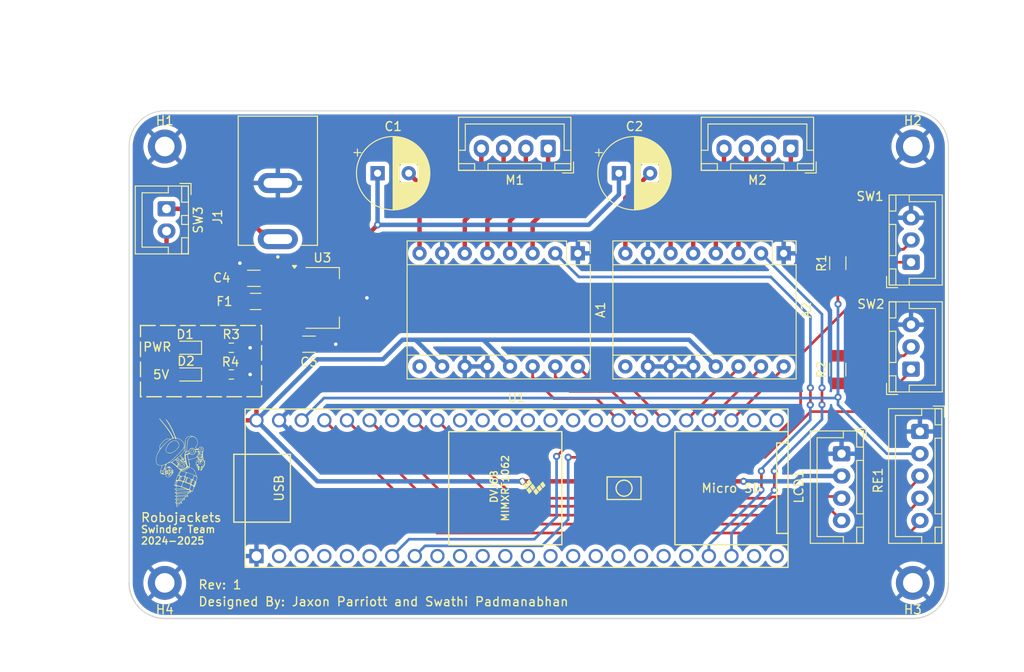
<source format=kicad_pcb>
(kicad_pcb (version 20241229) (generator "pcbnew") (generator_version "9.0")
  (title_block (title "Robocup Swinder") (date "2025-03-02") (rev "1") (company "Robojackets"))
  (layers (0 "F.Cu" signal) (2 "B.Cu" signal) (13 "F.Paste" user) (15 "B.Paste" user) (5 "F.SilkS" user "F.Silkscreen") (7 "B.SilkS" user "B.Silkscreen") (1 "F.Mask" user) (3 "B.Mask" user) (25 "Edge.Cuts" user))
  (net 0 "")
  (net 1 "Net-(A1-VMOT)")
  (net 3 "Net-(A1-A2)")
  (net 4 "Net-(A1-B1)")
  (net 5 "GND")
  (net 6 "Net-(A1-A1)")
  (net 7 "/Feed_SLP_Pin_40")
  (net 8 "Net-(A1-B2)")
  (net 9 "/Feed_FLT_Pin_29")
  (net 10 "+5V")
  (net 12 "/Coil_FLT_Pin_30")
  (net 13 "Net-(A2-A2)")
  (net 14 "Net-(A2-A1)")
  (net 15 "/Coil_STEP_Pin_36")
  (net 16 "Net-(A2-B2)")
  (net 17 "Net-(A2-B1)")
  (net 18 "Net-(A2-VMOT)")
  (net 19 "VCC")
  (net 20 "Net-(D1-K)")
  (net 21 "Net-(D2-K)")
  (net 22 "/PWR_SW_OUT")
  (net 23 "/PWR_SW_IN")
  (net 24 "/LCD_SDA_Pin_18")
  (net 25 "/LCD_SCL_Pin_19")
  (net 26 "/NO_LS1")
  (net 27 "+3.3V")
  (net 28 "/RE_DT_Pin_22")
  (net 29 "/LSStart_Pin_7")
  (net 43 "/LSEnd_Pin_8")
  (net 60 "/Coil_SLP_Pin_37")
  (net 61 "/Coil_DIR_Pin_35")
  (net 62 "/Feed_STEP_Pin_39")
  (net 63 "/Feed_DIR_Pin_38")
  (net 64 "/NO_LS2")
  (net 65 "/RE_SW_Pin_23")
  (net 66 "/RE_CLK_Pin_21")
  (footprint "Connector_JST:JST_XH_B3B-XH-A_1x03_P2.50mm_Vertical" (layer "F.Cu") (at 177.3 91 90)
    (property "Reference" "SW2" (at 7.3 -4.5 0) (layer "F.SilkS"))
    (property "Value" "Limit_Switch")
    (pad "1" thru_hole roundrect (at 0 0 90) (size 1.7 1.95) (drill 0.95) (layers "*.Cu" "*.Mask") (roundrect_rratio 0.147059) (net 43 "/LSEnd_Pin_8"))
    (pad "2" thru_hole oval (at 2.5 0 90) (size 1.7 1.95) (drill 0.95) (layers "*.Cu" "*.Mask") (net 64 "/NO_LS2"))
    (pad "3" thru_hole oval (at 5 0 90) (size 1.7 1.95) (drill 0.95) (layers "*.Cu" "*.Mask") (net 5 "GND"))
  )
  (footprint "Resistor_SMD:R_1206_3216Metric_Pad1.30x1.75mm_HandSolder" (layer "F.Cu") (at 169.075 79.1 90)
    (property "Reference" "R1" (at 0 -1.82 90) (layer "F.SilkS"))
    (property "Value" "10K")
    (pad "1" smd roundrect (at -1.55 0 90) (size 1.3 1.75) (layers "F.Cu" "F.Mask" "F.Paste") (roundrect_rratio 0.192308) (net 27 "+3.3V"))
    (pad "2" smd roundrect (at 1.55 0 90) (size 1.3 1.75) (layers "F.Cu" "F.Mask" "F.Paste") (roundrect_rratio 0.192308) (net 26 "/NO_LS1"))
  )
  (footprint "Capacitor_THT:CP_Radial_D8.0mm_P3.50mm" (layer "F.Cu") (at 144.5 69)
    (property "Reference" "C2" (at 1.75 -5.25 0) (layer "F.SilkS"))
    (property "Value" "100uF")
    (pad "1" thru_hole rect (at 0 0) (size 1.6 1.6) (drill 0.8) (layers "*.Cu" "*.Mask") (net 19 "VCC"))
    (pad "2" thru_hole circle (at 3.5 0) (size 1.6 1.6) (drill 0.8) (layers "*.Cu" "*.Mask") (net 18 "Net-(A2-VMOT)"))
  )
  (footprint "Connector_JST:JST_XH_B3B-XH-A_1x03_P2.50mm_Vertical" (layer "F.Cu") (at 177.3 79 90)
    (property "Reference" "SW1" (at 7.4 -4.6 0) (layer "F.SilkS"))
    (property "Value" "Limit_Switch")
    (pad "1" thru_hole roundrect (at 0 0 90) (size 1.7 1.95) (drill 0.95) (layers "*.Cu" "*.Mask") (roundrect_rratio 0.147059) (net 29 "/LSStart_Pin_7"))
    (pad "2" thru_hole oval (at 2.5 0 90) (size 1.7 1.95) (drill 0.95) (layers "*.Cu" "*.Mask") (net 26 "/NO_LS1"))
    (pad "3" thru_hole oval (at 5 0 90) (size 1.7 1.95) (drill 0.95) (layers "*.Cu" "*.Mask") (net 5 "GND"))
  )
  (footprint "LED_SMD:LED_0603_1608Metric_Pad1.05x0.95mm_HandSolder" (layer "F.Cu") (at 95.975 88.6 180)
    (property "Reference" "D1" (at 0.1875 1.5 180) (layer "F.SilkS"))
    (property "Value" "LED")
    (pad "1" smd roundrect (at -0.875 0 180) (size 1.05 0.95) (layers "F.Cu" "F.Mask" "F.Paste") (net 20 "Net-(D1-K)"))
    (pad "2" smd roundrect (at 0.875 0 180) (size 1.05 0.95) (layers "F.Cu" "F.Mask" "F.Paste") (net 19 "VCC"))
  )
  (footprint "MountingHole:MountingHole_2.2mm_M2_DIN965_Pad" (layer "F.Cu") (at 93.5 115)
    (property "Reference" "H4" (at 0 3 0) (layer "F.SilkS"))
    (property "Value" "MountingHole_Pad")
    (pad "1" thru_hole circle (at 0 0) (size 3.8 3.8) (drill 2.2) (layers "*.Cu" "*.Mask") (net 5 "GND"))
  )
  (footprint "Resistor_SMD:R_0603_1608Metric_Pad0.98x0.95mm_HandSolder" (layer "F.Cu") (at 100.975 88.6)
    (property "Reference" "R3" (at -0.0125 -1.5 0) (layer "F.SilkS"))
    (property "Value" "1K")
    (pad "1" smd roundrect (at -0.9125 0) (size 0.975 0.95) (layers "F.Cu" "F.Mask" "F.Paste") (net 20 "Net-(D1-K)"))
    (pad "2" smd roundrect (at 0.9125 0) (size 0.975 0.95) (layers "F.Cu" "F.Mask" "F.Paste") (net 5 "GND"))
  )
  (footprint "Connector_JST:JST_XH_B4B-XH-A_1x04_P2.50mm_Vertical" (layer "F.Cu") (at 169.5 100.5 -90)
    (property "Reference" "LCD1" (at 3.7 4.8 90) (layer "F.SilkS"))
    (property "Value" "~")
    (pad "1" thru_hole roundrect (at 0 0 270) (size 1.7 1.95) (drill 0.95) (layers "*.Cu" "*.Mask") (roundrect_rratio 0.147059) (net 5 "GND"))
    (pad "2" thru_hole oval (at 2.5 0 270) (size 1.7 1.95) (drill 0.95) (layers "*.Cu" "*.Mask") (net 10 "+5V"))
    (pad "3" thru_hole oval (at 5 0 270) (size 1.7 1.95) (drill 0.95) (layers "*.Cu" "*.Mask") (net 24 "/LCD_SDA_Pin_18"))
    (pad "4" thru_hole oval (at 7.5 0 270) (size 1.7 1.95) (drill 0.95) (layers "*.Cu" "*.Mask") (net 25 "/LCD_SCL_Pin_19"))
  )
  (footprint "MountingHole:MountingHole_2.2mm_M2_DIN965_Pad" (layer "F.Cu") (at 177.5 66)
    (property "Reference" "H2" (at 0 -2.9 0) (layer "F.SilkS"))
    (property "Value" "MountingHole_Pad")
    (pad "1" thru_hole circle (at 0 0) (size 3.8 3.8) (drill 2.2) (layers "*.Cu" "*.Mask") (net 5 "GND"))
  )
  (footprint "Connector_JST:JST_XH_B2B-XH-A_1x02_P2.50mm_Vertical" (layer "F.Cu") (at 93.7 73 -90)
    (property "Reference" "SW3" (at 1.25 -3.55 90) (layer "F.SilkS"))
    (property "Value" "SW_SPST")
    (pad "1" thru_hole roundrect (at 0 0 270) (size 1.7 2) (drill 1) (layers "*.Cu" "*.Mask") (roundrect_rratio 0.147059) (net 23 "/PWR_SW_IN"))
    (pad "2" thru_hole oval (at 2.5 0 270) (size 1.7 2) (drill 1) (layers "*.Cu" "*.Mask") (net 22 "/PWR_SW_OUT"))
  )
  (footprint "SwinderFootprintLibrary:Teensy41-Pins-Only_Silkscreen" (layer "F.Cu") (at 133.01 104.37)
    (property "Reference" "U1" (at 0 -10.16 0) (layer "F.SilkS"))
    (property "Value" "Teensy4.1")
    (fp_text user "MIMXRT1062" (at -1.27 0 270) (layer "F.SilkS") (effects (font (size 0.8 0.8))))
    (fp_text user "DVJ6B" (at -2.54 -0.18 270) (layer "F.SilkS") (effects (font (size 0.8 0.8))))
    (fp_text user "Micro SD" (at 24.13 0 0) (layer "F.SilkS"))
    (fp_text user "USB" (at -26.67 0 270) (layer "F.SilkS"))
    (pad "1" thru_hole rect (at -29.21 7.62) (size 1.6 1.6) (drill 1.1) (layers "*.Cu" "*.Mask") (net 5 "GND"))
    (pad "2" thru_hole circle (at -26.67 7.62) (size 1.6 1.6) (drill 1.1) (layers "*.Cu" "*.Mask"))
    (pad "3" thru_hole circle (at -24.13 7.62) (size 1.6 1.6) (drill 1.1) (layers "*.Cu" "*.Mask"))
    (pad "4" thru_hole circle (at -21.59 7.62) (size 1.6 1.6) (drill 1.1) (layers "*.Cu" "*.Mask"))
    (pad "5" thru_hole circle (at -19.05 7.62) (size 1.6 1.6) (drill 1.1) (layers "*.Cu" "*.Mask"))
    (pad "6" thru_hole circle (at -16.51 7.62) (size 1.6 1.6) (drill 1.1) (layers "*.Cu" "*.Mask"))
    (pad "7" thru_hole circle (at -13.97 7.62) (size 1.6 1.6) (drill 1.1) (layers "*.Cu" "*.Mask") (net 29 "/LSStart_Pin_7"))
    (pad "8" thru_hole circle (at -11.43 7.62) (size 1.6 1.6) (drill 1.1) (layers "*.Cu" "*.Mask") (net 43 "/LSEnd_Pin_8"))
    (pad "9" thru_hole circle (at -8.89 7.62) (size 1.6 1.6) (drill 1.1) (layers "*.Cu" "*.Mask"))
    (pad "10" thru_hole circle (at -6.35 7.62) (size 1.6 1.6) (drill 1.1) (layers "*.Cu" "*.Mask"))
    (pad "11" thru_hole circle (at -3.81 7.62) (size 1.6 1.6) (drill 1.1) (layers "*.Cu" "*.Mask"))
    (pad "12" thru_hole circle (at -1.27 7.62) (size 1.6 1.6) (drill 1.1) (layers "*.Cu" "*.Mask"))
    (pad "13" thru_hole circle (at 1.27 7.62) (size 1.6 1.6) (drill 1.1) (layers "*.Cu" "*.Mask"))
    (pad "14" thru_hole circle (at 3.81 7.62) (size 1.6 1.6) (drill 1.1) (layers "*.Cu" "*.Mask"))
    (pad "15" thru_hole circle (at 6.35 7.62) (size 1.6 1.6) (drill 1.1) (layers "*.Cu" "*.Mask"))
    (pad "16" thru_hole circle (at 8.89 7.62) (size 1.6 1.6) (drill 1.1) (layers "*.Cu" "*.Mask"))
    (pad "17" thru_hole circle (at 11.43 7.62) (size 1.6 1.6) (drill 1.1) (layers "*.Cu" "*.Mask"))
    (pad "18" thru_hole circle (at 13.97 7.62) (size 1.6 1.6) (drill 1.1) (layers "*.Cu" "*.Mask"))
    (pad "19" thru_hole circle (at 16.51 7.62) (size 1.6 1.6) (drill 1.1) (layers "*.Cu" "*.Mask"))
    (pad "20" thru_hole circle (at 19.05 7.62) (size 1.6 1.6) (drill 1.1) (layers "*.Cu" "*.Mask"))
    (pad "21" thru_hole circle (at 21.59 7.62) (size 1.6 1.6) (drill 1.1) (layers "*.Cu" "*.Mask") (net 9 "/Feed_FLT_Pin_29"))
    (pad "22" thru_hole circle (at 24.13 7.62) (size 1.6 1.6) (drill 1.1) (layers "*.Cu" "*.Mask") (net 12 "/Coil_FLT_Pin_30"))
    (pad "23" thru_hole circle (at 26.67 7.62) (size 1.6 1.6) (drill 1.1) (layers "*.Cu" "*.Mask"))
    (pad "24" thru_hole circle (at 29.21 7.62) (size 1.6 1.6) (drill 1.1) (layers "*.Cu" "*.Mask"))
    (pad "25" thru_hole circle (at 29.21 -7.62) (size 1.6 1.6) (drill 1.1) (layers "*.Cu" "*.Mask"))
    (pad "26" thru_hole circle (at 26.67 -7.62) (size 1.6 1.6) (drill 1.1) (layers "*.Cu" "*.Mask"))
    (pad "27" thru_hole circle (at 24.13 -7.62) (size 1.6 1.6) (drill 1.1) (layers "*.Cu" "*.Mask") (net 61 "/Coil_DIR_Pin_35"))
    (pad "28" thru_hole circle (at 21.59 -7.62) (size 1.6 1.6) (drill 1.1) (layers "*.Cu" "*.Mask") (net 15 "/Coil_STEP_Pin_36"))
    (pad "29" thru_hole circle (at 19.05 -7.62) (size 1.6 1.6) (drill 1.1) (layers "*.Cu" "*.Mask") (net 60 "/Coil_SLP_Pin_37"))
    (pad "30" thru_hole circle (at 16.51 -7.62) (size 1.6 1.6) (drill 1.1) (layers "*.Cu" "*.Mask") (net 63 "/Feed_DIR_Pin_38"))
    (pad "31" thru_hole circle (at 13.97 -7.62) (size 1.6 1.6) (drill 1.1) (layers "*.Cu" "*.Mask") (net 62 "/Feed_STEP_Pin_39"))
    (pad "32" thru_hole circle (at 11.43 -7.62) (size 1.6 1.6) (drill 1.1) (layers "*.Cu" "*.Mask") (net 7 "/Feed_SLP_Pin_40"))
    (pad "33" thru_hole circle (at 8.89 -7.62) (size 1.6 1.6) (drill 1.1) (layers "*.Cu" "*.Mask"))
    (pad "34" thru_hole circle (at 6.35 -7.62) (size 1.6 1.6) (drill 1.1) (layers "*.Cu" "*.Mask"))
    (pad "35" thru_hole circle (at 3.81 -7.62) (size 1.6 1.6) (drill 1.1) (layers "*.Cu" "*.Mask"))
    (pad "36" thru_hole circle (at 1.27 -7.62) (size 1.6 1.6) (drill 1.1) (layers "*.Cu" "*.Mask"))
    (pad "37" thru_hole circle (at -1.27 -7.62) (size 1.6 1.6) (drill 1.1) (layers "*.Cu" "*.Mask"))
    (pad "38" thru_hole circle (at -3.81 -7.62) (size 1.6 1.6) (drill 1.1) (layers "*.Cu" "*.Mask"))
    (pad "39" thru_hole circle (at -6.35 -7.62) (size 1.6 1.6) (drill 1.1) (layers "*.Cu" "*.Mask"))
    (pad "40" thru_hole circle (at -8.89 -7.62) (size 1.6 1.6) (drill 1.1) (layers "*.Cu" "*.Mask") (net 24 "/LCD_SDA_Pin_18"))
    (pad "41" thru_hole circle (at -11.43 -7.62) (size 1.6 1.6) (drill 1.1) (layers "*.Cu" "*.Mask") (net 25 "/LCD_SCL_Pin_19"))
    (pad "42" thru_hole circle (at -13.97 -7.62) (size 1.6 1.6) (drill 1.1) (layers "*.Cu" "*.Mask"))
    (pad "43" thru_hole circle (at -16.51 -7.62) (size 1.6 1.6) (drill 1.1) (layers "*.Cu" "*.Mask") (net 66 "/RE_CLK_Pin_21"))
    (pad "44" thru_hole circle (at -19.05 -7.62) (size 1.6 1.6) (drill 1.1) (layers "*.Cu" "*.Mask") (net 28 "/RE_DT_Pin_22"))
    (pad "45" thru_hole circle (at -21.59 -7.62) (size 1.6 1.6) (drill 1.1) (layers "*.Cu" "*.Mask") (net 65 "/RE_SW_Pin_23"))
    (pad "46" thru_hole circle (at -24.13 -7.62) (size 1.6 1.6) (drill 1.1) (layers "*.Cu" "*.Mask") (net 27 "+3.3V"))
    (pad "47" thru_hole circle (at -26.67 -7.62) (size 1.6 1.6) (drill 1.1) (layers "*.Cu" "*.Mask") (net 5 "GND"))
    (pad "48" thru_hole circle (at -29.21 -7.62) (size 1.6 1.6) (drill 1.1) (layers "*.Cu" "*.Mask") (net 10 "+5V"))
  )
  (footprint "Module:Pololu_Breakout-16_15.2x20.3mm" (layer "F.Cu") (at 163 78 -90)
    (property "Reference" "A2" (at 6.35 -2.54 90) (layer "F.SilkS"))
    (property "Value" "DRV8825_Coil")
    (pad "1" thru_hole rect (at 0 0 270) (size 1.6 1.6) (drill 0.8) (layers "*.Cu" "*.Mask") (net 5 "GND"))
    (pad "2" thru_hole oval (at 0 2.54 270) (size 1.6 1.6) (drill 0.8) (layers "*.Cu" "*.Mask") (net 12 "/Coil_FLT_Pin_30"))
    (pad "3" thru_hole oval (at 0 5.08 270) (size 1.6 1.6) (drill 0.8) (layers "*.Cu" "*.Mask") (net 13 "Net-(A2-A2)"))
    (pad "4" thru_hole oval (at 0 7.62 270) (size 1.6 1.6) (drill 0.8) (layers "*.Cu" "*.Mask") (net 14 "Net-(A2-A1)"))
    (pad "5" thru_hole oval (at 0 10.16 270) (size 1.6 1.6) (drill 0.8) (layers "*.Cu" "*.Mask") (net 17 "Net-(A2-B1)"))
    (pad "6" thru_hole oval (at 0 12.7 270) (size 1.6 1.6) (drill 0.8) (layers "*.Cu" "*.Mask") (net 16 "Net-(A2-B2)"))
    (pad "7" thru_hole oval (at 0 15.24 270) (size 1.6 1.6) (drill 0.8) (layers "*.Cu" "*.Mask") (net 5 "GND"))
    (pad "8" thru_hole oval (at 0 17.78 270) (size 1.6 1.6) (drill 0.8) (layers "*.Cu" "*.Mask") (net 18 "Net-(A2-VMOT)"))
    (pad "9" thru_hole oval (at 12.7 17.78 270) (size 1.6 1.6) (drill 0.8) (layers "*.Cu" "*.Mask"))
    (pad "10" thru_hole oval (at 12.7 15.24 270) (size 1.6 1.6) (drill 0.8) (layers "*.Cu" "*.Mask") (net 5 "GND"))
    (pad "11" thru_hole oval (at 12.7 12.7 270) (size 1.6 1.6) (drill 0.8) (layers "*.Cu" "*.Mask") (net 5 "GND"))
    (pad "12" thru_hole oval (at 12.7 10.16 270) (size 1.6 1.6) (drill 0.8) (layers "*.Cu" "*.Mask") (net 5 "GND"))
    (pad "13" thru_hole oval (at 12.7 7.62 270) (size 1.6 1.6) (drill 0.8) (layers "*.Cu" "*.Mask") (net 10 "+5V"))
    (pad "14" thru_hole oval (at 12.7 5.08 270) (size 1.6 1.6) (drill 0.8) (layers "*.Cu" "*.Mask") (net 60 "/Coil_SLP_Pin_37"))
    (pad "15" thru_hole oval (at 12.7 2.54 270) (size 1.6 1.6) (drill 0.8) (layers "*.Cu" "*.Mask") (net 15 "/Coil_STEP_Pin_36"))
    (pad "16" thru_hole oval (at 12.7 0 270) (size 1.6 1.6) (drill 0.8) (layers "*.Cu" "*.Mask") (net 61 "/Coil_DIR_Pin_35"))
  )
  (footprint "SwinderFootprintLibrary:CUI_PJ-037A" (layer "F.Cu") (at 106.2 76.4 90)
    (property "Reference" "J1" (at 2.485784 -6.76712 90) (layer "F.SilkS") (effects (font (size 1.000315 1.000315))))
    (property "Value" "Barrel_Jack")
    (pad "1" thru_hole oval (at 0 0 90) (size 2.25 4.5) (drill oval 1.1 3.2) (layers "*.Cu" "*.Mask") (net 23 "/PWR_SW_IN"))
    (pad "2" thru_hole oval (at 6.3 0 90) (size 2.25 4.5) (drill oval 1.1 3.2) (layers "*.Cu" "*.Mask") (net 5 "GND"))
  )
  (footprint "Connector_JST:JST_XH_B4B-XH-A_1x04_P2.50mm_Vertical" (layer "F.Cu") (at 163.8 66.225 180)
    (property "Reference" "M2" (at 3.75 -3.55 0) (layer "F.SilkS"))
    (property "Value" "Stepper_Motor_bipolar")
    (pad "1" thru_hole roundrect (at 0 0 180) (size 1.7 1.95) (drill 0.95) (layers "*.Cu" "*.Mask") (roundrect_rratio 0.147059) (net 13 "Net-(A2-A2)"))
    (pad "2" thru_hole oval (at 2.5 0 180) (size 1.7 1.95) (drill 0.95) (layers "*.Cu" "*.Mask") (net 14 "Net-(A2-A1)"))
    (pad "3" thru_hole oval (at 5 0 180) (size 1.7 1.95) (drill 0.95) (layers "*.Cu" "*.Mask") (net 17 "Net-(A2-B1)"))
    (pad "4" thru_hole oval (at 7.5 0 180) (size 1.7 1.95) (drill 0.95) (layers "*.Cu" "*.Mask") (net 16 "Net-(A2-B2)"))
  )
  (footprint "Capacitor_SMD:C_1206_3216Metric_Pad1.33x1.80mm_HandSolder" (layer "F.Cu") (at 109.7 88.2)
    (property "Reference" "C5" (at 0 2 0) (layer "F.SilkS"))
    (property "Value" "0.1uF")
    (pad "1" smd roundrect (at -1.5625 0) (size 1.325 1.8) (layers "F.Cu" "F.Mask" "F.Paste") (roundrect_rratio 0.188679) (net 10 "+5V"))
    (pad "2" smd roundrect (at 1.5625 0) (size 1.325 1.8) (layers "F.Cu" "F.Mask" "F.Paste") (roundrect_rratio 0.188679) (net 5 "GND"))
  )
  (footprint "Package_TO_SOT_SMD:SOT-223" (layer "F.Cu") (at 111.2 83)
    (property "Reference" "U3" (at 0 -4.5 0) (layer "F.SilkS"))
    (property "Value" "LM7805_TO220")
    (pad "1" smd roundrect (at -3.15 -2.3) (size 2 1.5) (layers "F.Cu" "F.Mask" "F.Paste") (net 19 "VCC"))
    (pad "2" smd roundrect (at -3.15 0) (size 2 1.5) (layers "F.Cu" "F.Mask" "F.Paste") (net 5 "GND"))
    (pad "3" smd roundrect (at -3.15 2.3) (size 2 1.5) (layers "F.Cu" "F.Mask" "F.Paste") (net 10 "+5V"))
    (pad "4" smd roundrect (at 3.15 0) (size 2 3.8) (layers "F.Cu" "F.Mask" "F.Paste") (net 5 "GND"))
  )
  (footprint "MountingHole:MountingHole_2.2mm_M2_DIN965_Pad" (layer "F.Cu") (at 177.5 115)
    (property "Reference" "H3" (at 0 3 0) (layer "F.SilkS"))
    (property "Value" "MountingHole_Pad")
    (pad "1" thru_hole circle (at 0 0) (size 3.8 3.8) (drill 2.2) (layers "*.Cu" "*.Mask") (net 5 "GND"))
  )
  (footprint "SwinderFootprintLibrary:RoboBuzz" (layer "F.Cu") (at 95.25 101.5)
    (property "Reference" "G***" (hide yes))
    (property "Value" "LOGO" (hide yes))
  )
  (footprint "Capacitor_THT:CP_Radial_D8.0mm_P3.50mm" (layer "F.Cu") (at 117.397349 69)
    (property "Reference" "C1" (at 1.75 -5.25 0) (layer "F.SilkS"))
    (property "Value" "100uF")
    (pad "1" thru_hole rect (at 0 0) (size 1.6 1.6) (drill 0.8) (layers "*.Cu" "*.Mask") (net 19 "VCC"))
    (pad "2" thru_hole circle (at 3.5 0) (size 1.6 1.6) (drill 0.8) (layers "*.Cu" "*.Mask") (net 1 "Net-(A1-VMOT)"))
  )
  (footprint "Connector_JST:JST_XH_B4B-XH-A_1x04_P2.50mm_Vertical" (layer "F.Cu") (at 136.55 66.225 180)
    (property "Reference" "M1" (at 3.75 -3.55 0) (layer "F.SilkS"))
    (property "Value" "Stepper_Motor_bipolar")
    (pad "1" thru_hole roundrect (at 0 0 180) (size 1.7 1.95) (drill 0.95) (layers "*.Cu" "*.Mask") (roundrect_rratio 0.147059) (net 3 "Net-(A1-A2)"))
    (pad "2" thru_hole oval (at 2.5 0 180) (size 1.7 1.95) (drill 0.95) (layers "*.Cu" "*.Mask") (net 6 "Net-(A1-A1)"))
    (pad "3" thru_hole oval (at 5 0 180) (size 1.7 1.95) (drill 0.95) (layers "*.Cu" "*.Mask") (net 4 "Net-(A1-B1)"))
    (pad "4" thru_hole oval (at 7.5 0 180) (size 1.7 1.95) (drill 0.95) (layers "*.Cu" "*.Mask") (net 8 "Net-(A1-B2)"))
  )
  (footprint "Connector_JST:JST_XH_B5B-XH-A_1x05_P2.50mm_Vertical" (layer "F.Cu") (at 178.3 98 -90)
    (property "Reference" "RE1" (at 5.5 4.7 90) (layer "F.SilkS"))
    (property "Value" "~")
    (pad "1" thru_hole roundrect (at 0 0 270) (size 1.7 1.95) (drill 0.95) (layers "*.Cu" "*.Mask") (roundrect_rratio 0.147059) (net 5 "GND"))
    (pad "2" thru_hole oval (at 2.5 0 270) (size 1.7 1.95) (drill 0.95) (layers "*.Cu" "*.Mask") (net 27 "+3.3V"))
    (pad "3" thru_hole oval (at 5 0 270) (size 1.7 1.95) (drill 0.95) (layers "*.Cu" "*.Mask") (net 66 "/RE_CLK_Pin_21"))
    (pad "4" thru_hole oval (at 7.5 0 270) (size 1.7 1.95) (drill 0.95) (layers "*.Cu" "*.Mask") (net 28 "/RE_DT_Pin_22"))
    (pad "5" thru_hole oval (at 10 0 270) (size 1.7 1.95) (drill 0.95) (layers "*.Cu" "*.Mask") (net 65 "/RE_SW_Pin_23"))
  )
  (footprint "Resistor_SMD:R_1206_3216Metric_Pad1.30x1.75mm_HandSolder" (layer "F.Cu") (at 169.075 91.05 90)
    (property "Reference" "R2" (at 0 -1.82 90) (layer "F.SilkS"))
    (property "Value" "10K")
    (pad "1" smd roundrect (at -1.55 0 90) (size 1.3 1.75) (layers "F.Cu" "F.Mask" "F.Paste") (roundrect_rratio 0.192308) (net 27 "+3.3V"))
    (pad "2" smd roundrect (at 1.55 0 90) (size 1.3 1.75) (layers "F.Cu" "F.Mask" "F.Paste") (roundrect_rratio 0.192308) (net 64 "/NO_LS2"))
  )
  (footprint "Capacitor_SMD:C_1206_3216Metric_Pad1.33x1.80mm_HandSolder" (layer "F.Cu") (at 103.5 80.8 180)
    (property "Reference" "C4" (at 3.6 0.05 0) (layer "F.SilkS"))
    (property "Value" "0.22uF")
    (pad "1" smd roundrect (at -1.5625 0 180) (size 1.325 1.8) (layers "F.Cu" "F.Mask" "F.Paste") (roundrect_rratio 0.188679) (net 19 "VCC"))
    (pad "2" smd roundrect (at 1.5625 0 180) (size 1.325 1.8) (layers "F.Cu" "F.Mask" "F.Paste") (roundrect_rratio 0.188679) (net 5 "GND"))
  )
  (footprint "Fuse:Fuse_1206_3216Metric" (layer "F.Cu") (at 103.7 83.4)
    (property "Reference" "F1" (at -3.5 0 0) (layer "F.SilkS"))
    (property "Value" "4.5A")
    (pad "1" smd roundrect (at -1.4 0) (size 1.25 1.75) (layers "F.Cu" "F.Mask" "F.Paste") (roundrect_rratio 0.2) (net 22 "/PWR_SW_OUT"))
    (pad "2" smd roundrect (at 1.4 0) (size 1.25 1.75) (layers "F.Cu" "F.Mask" "F.Paste") (roundrect_rratio 0.2) (net 19 "VCC"))
  )
  (footprint "Resistor_SMD:R_0603_1608Metric_Pad0.98x0.95mm_HandSolder" (layer "F.Cu") (at 100.975 91.6)
    (property "Reference" "R4" (at -0.0875 -1.4 180) (layer "F.SilkS"))
    (property "Value" "1K")
    (pad "1" smd roundrect (at -0.9125 0) (size 0.975 0.95) (layers "F.Cu" "F.Mask" "F.Paste") (net 21 "Net-(D2-K)"))
    (pad "2" smd roundrect (at 0.9125 0) (size 0.975 0.95) (layers "F.Cu" "F.Mask" "F.Paste") (net 5 "GND"))
  )
  (footprint "LED_SMD:LED_0603_1608Metric_Pad1.05x0.95mm_HandSolder" (layer "F.Cu") (at 95.975 91.6 180)
    (property "Reference" "D2" (at 0.0875 1.5 0) (layer "F.SilkS"))
    (property "Value" "LED")
    (pad "1" smd roundrect (at -0.875 0 180) (size 1.05 0.95) (layers "F.Cu" "F.Mask" "F.Paste") (net 21 "Net-(D2-K)"))
    (pad "2" smd roundrect (at 0.875 0 180) (size 1.05 0.95) (layers "F.Cu" "F.Mask" "F.Paste") (net 10 "+5V"))
  )
  (footprint "Module:Pololu_Breakout-16_15.2x20.3mm" (layer "F.Cu") (at 139.89 78 -90)
    (property "Reference" "A1" (at 6.35 -2.54 90) (layer "F.SilkS"))
    (property "Value" "DRV8825_Feed")
    (pad "1" thru_hole rect (at 0 0 270) (size 1.6 1.6) (drill 0.8) (layers "*.Cu" "*.Mask") (net 5 "GND"))
    (pad "2" thru_hole oval (at 0 2.54 270) (size 1.6 1.6) (drill 0.8) (layers "*.Cu" "*.Mask") (net 9 "/Feed_FLT_Pin_29"))
    (pad "3" thru_hole oval (at 0 5.08 270) (size 1.6 1.6) (drill 0.8) (layers "*.Cu" "*.Mask") (net 3 "Net-(A1-A2)"))
    (pad "4" thru_hole oval (at 0 7.62 270) (size 1.6 1.6) (drill 0.8) (layers "*.Cu" "*.Mask") (net 6 "Net-(A1-A1)"))
    (pad "5" thru_hole oval (at 0 10.16 270) (size 1.6 1.6) (drill 0.8) (layers "*.Cu" "*.Mask") (net 4 "Net-(A1-B1)"))
    (pad "6" thru_hole oval (at 0 12.7 270) (size 1.6 1.6) (drill 0.8) (layers "*.Cu" "*.Mask") (net 8 "Net-(A1-B2)"))
    (pad "7" thru_hole oval (at 0 15.24 270) (size 1.6 1.6) (drill 0.8) (layers "*.Cu" "*.Mask") (net 5 "GND"))
    (pad "8" thru_hole oval (at 0 17.78 270) (size 1.6 1.6) (drill 0.8) (layers "*.Cu" "*.Mask") (net 1 "Net-(A1-VMOT)"))
    (pad "9" thru_hole oval (at 12.7 17.78 270) (size 1.6 1.6) (drill 0.8) (layers "*.Cu" "*.Mask"))
    (pad "10" thru_hole oval (at 12.7 15.24 270) (size 1.6 1.6) (drill 0.8) (layers "*.Cu" "*.Mask") (net 10 "+5V"))
    (pad "11" thru_hole oval (at 12.7 12.7 270) (size 1.6 1.6) (drill 0.8) (layers "*.Cu" "*.Mask") (net 5 "GND"))
    (pad "12" thru_hole oval (at 12.7 10.16 270) (size 1.6 1.6) (drill 0.8) (layers "*.Cu" "*.Mask") (net 5 "GND"))
    (pad "13" thru_hole oval (at 12.7 7.62 270) (size 1.6 1.6) (drill 0.8) (layers "*.Cu" "*.Mask") (net 10 "+5V"))
    (pad "14" thru_hole oval (at 12.7 5.08 270) (size 1.6 1.6) (drill 0.8) (layers "*.Cu" "*.Mask") (net 7 "/Feed_SLP_Pin_40"))
    (pad "15" thru_hole oval (at 12.7 2.54 270) (size 1.6 1.6) (drill 0.8) (layers "*.Cu" "*.Mask") (net 62 "/Feed_STEP_Pin_39"))
    (pad "16" thru_hole oval (at 12.7 0 270) (size 1.6 1.6) (drill 0.8) (layers "*.Cu" "*.Mask") (net 63 "/Feed_DIR_Pin_38"))
  )
  (footprint "MountingHole:MountingHole_2.2mm_M2_DIN965_Pad" (layer "F.Cu") (at 93.5 66)
    (property "Reference" "H1" (at 0 -2.9 0) (layer "F.SilkS"))
    (property "Value" "MountingHole_Pad")
    (pad "1" thru_hole circle (at 0 0) (size 3.8 3.8) (drill 2.2) (layers "*.Cu" "*.Mask") (net 5 "GND"))
  )
  (gr_rect (start 90.775 86.1) (end 104.375 94.1) (stroke (width 0.15) (type dash)) (fill no) (layer "F.SilkS"))
  (gr_arc (start 177.5 62) (mid 180.328427 63.171573) (end 181.5 66) (stroke (width 0.1)) (layer "Edge.Cuts"))
  (gr_line (start 181.5 66) (end 181.5 115) (stroke (width 0.1)) (layer "Edge.Cuts"))
  (gr_line (start 93.5 119) (end 177.5 119) (stroke (width 0.15)) (layer "Edge.Cuts"))
  (gr_arc (start 181.5 115) (mid 180.328427 117.828427) (end 177.5 119) (stroke (width 0.15)) (layer "Edge.Cuts"))
  (gr_line (start 93.5 62) (end 177.5 62) (stroke (width 0.1)) (layer "Edge.Cuts"))
  (gr_arc (start 89.5 66) (mid 90.671573 63.171573) (end 93.5 62) (stroke (width 0.1)) (layer "Edge.Cuts"))
  (gr_line (start 89.5 115) (end 89.5 66) (stroke (width 0.1)) (layer "Edge.Cuts"))
  (gr_arc (start 93.5 119) (mid 90.671573 117.828427) (end 89.5 115) (stroke (width 0.15)) (layer "Edge.Cuts"))
  (gr_text "Robojackets" (at 90.75 108.25 0) (layer "F.SilkS") (effects (font (size 1 1)) (justify left bottom)))
  (gr_text "Swinder Team\n2024-2025" (at 90.75 110.75 0) (layer "F.SilkS") (effects (font (size 0.8 0.8)) (justify left bottom)))
  (gr_text "5V" (at 92.0875 92.2 0) (layer "F.SilkS") (effects (font (size 1 1)) (justify left bottom)))
  (gr_text "Designed By: Jaxon Parriott and Swathi Padmanabhan" (at 97.2 117.7 0) (layer "F.SilkS") (effects (font (size 1 1)) (justify left bottom)))
  (gr_text "PWR" (at 90.9875 89.1 0) (layer "F.SilkS") (effects (font (size 1 1)) (justify left bottom)))
  (gr_text "Rev: 1" (at 97.2 115.8 0) (layer "F.SilkS") (effects (font (size 1 1)) (justify left bottom)))
  (segment (start 122.11 70.212651) (end 120.897349 69) (width 0.5) (layer "F.Cu") (net 1))
  (segment (start 122.11 78) (end 122.11 70.212651) (width 0.5) (layer "F.Cu") (net 1))
  (segment (start 134.81 74.59) (end 136.55 72.85) (width 0.5) (layer "F.Cu") (net 3))
  (segment (start 134.81 78) (end 134.81 74.59) (width 0.5) (layer "F.Cu") (net 3))
  (segment (start 136.55 72.85) (end 136.55 66.025) (width 0.5) (layer "F.Cu") (net 3))
  (segment (start 129.73 78) (end 129.73 74.27) (width 0.5) (layer "F.Cu") (net 4))
  (segment (start 131.55 72.45) (end 131.55 66.025) (width 0.5) (layer "F.Cu") (net 4))
  (segment (start 129.73 74.27) (end 131.55 72.45) (width 0.5) (layer "F.Cu") (net 4))
  (segment (start 101.8875 88.6) (end 103.0875 88.6) (width 0.5) (layer "F.Cu") (net 5))
  (segment (start 101.9375 79.1) (end 101.9375 80.8) (width 0.5) (layer "F.Cu") (net 5))
  (segment (start 101.8875 91.6) (end 103.0875 91.6) (width 0.5) (layer "F.Cu") (net 5))
  (segment (start 111.2625 88.2) (end 112.7 88.2) (width 0.5) (layer "F.Cu") (net 5))
  (segment (start 114.35 83) (end 116.2 83) (width 0.5) (layer "F.Cu") (net 5))
  (segment (start 108.05 83) (end 114.35 83) (width 0.5) (layer "F.Cu") (net 5))
  (via (at 103.0875 91.6) (size 0.8) (drill 0.4) (layers "F.Cu" "B.Cu") (net 5))
  (via (at 103.0875 88.6) (size 0.8) (drill 0.4) (layers "F.Cu" "B.Cu") (net 5))
  (via (at 116.2 83) (size 0.8) (drill 0.4) (layers "F.Cu" "B.Cu") (net 5))
  (via (at 101.9375 79.1) (size 0.8) (drill 0.4) (layers "F.Cu" "B.Cu") (net 5))
  (via (at 112.7 88.2) (size 0.8) (drill 0.4) (layers "F.Cu" "B.Cu") (net 5))
  (segment (start 132.27 74.33) (end 134.05 72.55) (width 0.5) (layer "F.Cu") (net 6))
  (segment (start 132.27 78) (end 132.27 74.33) (width 0.5) (layer "F.Cu") (net 6))
  (segment (start 134.05 72.55) (end 134.05 66.025) (width 0.5) (layer "F.Cu") (net 6))
  (segment (start 141.99 94.3) (end 137.2 94.3) (width 0.3) (layer "F.Cu") (net 7))
  (segment (start 137.2 94.3) (end 134.81 91.91) (width 0.3) (layer "F.Cu") (net 7))
  (segment (start 134.81 91.91) (end 134.81 90.7) (width 0.3) (layer "F.Cu") (net 7))
  (segment (start 144.44 96.75) (end 141.99 94.3) (width 0.3) (layer "F.Cu") (net 7))
  (segment (start 129.05 72.45) (end 129.05 66.025) (width 0.5) (layer "F.Cu") (net 8))
  (segment (start 127.19 74.31) (end 129.05 72.45) (width 0.5) (layer "F.Cu") (net 8))
  (segment (start 127.19 78) (end 127.19 74.31) (width 0.5) (layer "F.Cu") (net 8))
  (segment (start 160.5 102.45) (end 160.5 104.5) (width 0.3) (layer "F.Cu") (net 9))
  (segment (start 166 95.005285) (end 165.986723 95.018562) (width 0.3) (layer "F.Cu") (net 9))
  (segment (start 160.5 104.5) (end 160.45 104.55) (width 0.3) (layer "F.Cu") (net 9))
  (segment (start 166 93.1) (end 166 95.005285) (width 0.3) (layer "F.Cu") (net 9))
  (via (at 166 93.1) (size 0.8) (drill 0.4) (layers "F.Cu" "B.Cu") (net 9))
  (via (at 165.986723 95.018562) (size 0.8) (drill 0.4) (layers "F.Cu" "B.Cu") (net 9))
  (via (at 160.5 102.45) (size 0.8) (drill 0.4) (layers "F.Cu" "B.Cu") (net 9))
  (via (at 160.45 104.55) (size 0.8) (drill 0.4) (layers "F.Cu" "B.Cu") (net 9))
  (segment (start 165.986723 95.018562) (end 165.986723 96.713277) (width 0.3) (layer "B.Cu") (net 9))
  (segment (start 165.986723 96.713277) (end 160.5 102.2) (width 0.3) (layer "B.Cu") (net 9))
  (segment (start 154.6 110.75) (end 154.6 111.99) (width 0.3) (layer "B.Cu") (net 9))
  (segment (start 137.35 78) (end 140 80.65) (width 0.3) (layer "B.Cu") (net 9))
  (segment (start 160.45 104.55) (end 160.45 104.9) (width 0.3) (layer "B.Cu") (net 9))
  (segment (start 160.5 102.2) (end 160.5 102.45) (width 0.3) (layer "B.Cu") (net 9))
  (segment (start 166 85.1) (end 166 93.1) (width 0.3) (layer "B.Cu") (net 9))
  (segment (start 140 80.65) (end 161.55 80.65) (width 0.3) (layer "B.Cu") (net 9))
  (segment (start 160.45 104.9) (end 154.6 110.75) (width 0.3) (layer "B.Cu") (net 9))
  (segment (start 161.55 80.65) (end 166 85.1) (width 0.3) (layer "B.Cu") (net 9))
  (segment (start 100.25 96.75) (end 103.8 96.75) (width 0.5) (layer "F.Cu") (net 10))
  (segment (start 133.65 103.6) (end 158.5 103.6) (width 0.5) (layer "F.Cu") (net 10))
  (segment (start 108.05 85.3) (end 108.05 88.1125) (width 0.5) (layer "F.Cu") (net 10))
  (segment (start 108.1375 89.5625) (end 103.8 93.9) (width 0.5) (layer "F.Cu") (net 10))
  (segment (start 108.1375 88.2) (end 108.1375 89.5625) (width 0.5) (layer "F.Cu") (net 10))
  (segment (start 95.1 91.6) (end 100.25 96.75) (width 0.5) (layer "F.Cu") (net 10))
  (segment (start 103.8 93.9) (end 103.8 96.75) (width 0.5) (layer "F.Cu") (net 10))
  (segment (start 108.05 88.1125) (end 108.1375 88.2) (width 0.5) (layer "F.Cu") (net 10))
  (via (at 158.5 103.6) (size 0.8) (drill 0.4) (layers "F.Cu" "B.Cu") (net 10))
  (via (at 133.65 103.6) (size 0.8) (drill 0.4) (layers "F.Cu" "B.Cu") (net 10))
  (segment (start 155.38 90.7) (end 152.38 87.7) (width 0.5) (layer "B.Cu") (net 10))
  (segment (start 133.65 103.6) (end 110.65 103.6) (width 0.5) (layer "B.Cu") (net 10))
  (segment (start 152.38 87.7) (end 129.27 87.7) (width 0.5) (layer "B.Cu") (net 10))
  (segment (start 120.2 87.7) (end 121.65 87.7) (width 0.5) (layer "B.Cu") (net 10))
  (segment (start 121.65 87.7) (end 124.65 90.7) (width 0.5) (layer "B.Cu") (net 10))
  (segment (start 110.65 89.9) (end 118 89.9) (width 0.5) (layer "B.Cu") (net 10))
  (segment (start 164.9 103) (end 169.5 103) (width 0.5) (layer "B.Cu") (net 10))
  (segment (start 158.5 103.6) (end 164.1 103.6) (width 0.5) (layer "B.Cu") (net 10))
  (segment (start 129.27 87.7) (end 121.65 87.7) (width 0.5) (layer "B.Cu") (net 10))
  (segment (start 164.1 103.6) (end 164.2 103.7) (width 0.5) (layer "B.Cu") (net 10))
  (segment (start 132.27 90.7) (end 129.27 87.7) (width 0.5) (layer "B.Cu") (net 10))
  (segment (start 110.65 103.6) (end 103.8 96.75) (width 0.5) (layer "B.Cu") (net 10))
  (segment (start 103.8 96.75) (end 110.65 89.9) (width 0.5) (layer "B.Cu") (net 10))
  (segment (start 118 89.9) (end 120.2 87.7) (width 0.5) (layer "B.Cu") (net 10))
  (segment (start 164.2 103.7) (end 164.9 103) (width 0.5) (layer "B.Cu") (net 10))
  (segment (start 167.3 93.1) (end 167.3 95) (width 0.3) (layer "F.Cu") (net 12))
  (segment (start 161.95 102.45) (end 161.95 104.6) (width 0.3) (layer "F.Cu") (net 12))
  (via (at 167.3 95) (size 0.8) (drill 0.4) (layers "F.Cu" "B.Cu") (net 12))
  (via (at 161.95 104.6) (size 0.8) (drill 0.4) (layers "F.Cu" "B.Cu") (net 12))
  (via (at 161.95 102.45) (size 0.8) (drill 0.4) (layers "F.Cu" "B.Cu") (net 12))
  (via (at 167.3 93.1) (size 0.8) (drill 0.4) (layers "F.Cu" "B.Cu") (net 12))
  (segment (start 167.3 96.65) (end 163.75 100.2) (width 0.3) (layer "B.Cu") (net 12))
  (segment (start 167.3 84.84) (end 167.3 93.1) (width 0.3) (layer "B.Cu") (net 12))
  (segment (start 157.14 109.41) (end 157.14 111.99) (width 0.3) (layer "B.Cu") (net 12))
  (segment (start 161.95 104.6) (end 161.95 104.64) (width 0.3) (layer "B.Cu") (net 12))
  (segment (start 161.95 102) (end 161.95 102.45) (width 0.3) (layer "B.Cu") (net 12))
  (segment (start 167.3 95) (end 167.3 96.65) (width 0.3) (layer "B.Cu") (net 12))
  (segment (start 163.75 100.2) (end 161.95 102) (width 0.3) (layer "B.Cu") (net 12))
  (segment (start 161.95 104.6) (end 157.14 109.41) (width 0.3) (layer "B.Cu") (net 12))
  (segment (start 160.46 78) (end 167.3 84.84) (width 0.3) (layer "B.Cu") (net 12))
  (segment (start 163.8 70.3) (end 163.8 66.025) (width 0.5) (layer "F.Cu") (net 13))
  (segment (start 157.92 78) (end 157.92 76.18) (width 0.5) (layer "F.Cu") (net 13))
  (segment (start 157.92 76.18) (end 163.8 70.3) (width 0.5) (layer "F.Cu") (net 13))
  (segment (start 163.8 66.7) (end 163.8 66.025) (width 0.5) (layer "B.Cu") (net 13))
  (segment (start 161.3 70) (end 161.3 66.025) (width 0.5) (layer "F.Cu") (net 14))
  (segment (start 155.38 75.92) (end 161.3 70) (width 0.5) (layer "F.Cu") (net 14))
  (segment (start 155.38 78) (end 155.38 75.92) (width 0.5) (layer "F.Cu") (net 14))
  (segment (start 160.46 90.89) (end 160.46 90.7) (width 0.3) (layer "F.Cu") (net 15))
  (segment (start 154.6 96.75) (end 160.46 90.89) (width 0.3) (layer "F.Cu") (net 15))
  (segment (start 150.3 78) (end 150.3 75.8) (width 0.5) (layer "F.Cu") (net 16))
  (segment (start 156.3 69.8) (end 156.3 66.025) (width 0.5) (layer "F.Cu") (net 16))
  (segment (start 150.3 75.8) (end 156.3 69.8) (width 0.5) (layer "F.Cu") (net 16))
  (segment (start 152.84 78) (end 152.84 75.86) (width 0.5) (layer "F.Cu") (net 17))
  (segment (start 152.84 75.86) (end 158.8 69.9) (width 0.5) (layer "F.Cu") (net 17))
  (segment (start 158.8 69.9) (end 158.8 66.025) (width 0.5) (layer "F.Cu") (net 17))
  (segment (start 145.22 71.78) (end 148 69) (width 0.5) (layer "F.Cu") (net 18))
  (segment (start 145.22 78) (end 145.22 71.78) (width 0.5) (layer "F.Cu") (net 18))
  (segment (start 103.1 86.8) (end 96.9 86.8) (width 0.5) (layer "F.Cu") (net 19))
  (segment (start 107.95 80.8) (end 108.05 80.7) (width 0.5) (layer "F.Cu") (net 19))
  (segment (start 111.5 80.7) (end 108.05 80.7) (width 0.5) (layer "F.Cu") (net 19))
  (segment (start 105.1 83.4) (end 105.35 83.4) (width 0.5) (layer "F.Cu") (net 19))
  (segment (start 144.5 69.5) (end 144.5 69) (width 0.5) (layer "F.Cu") (net 19))
  (segment (start 105.35 83.4) (end 108.05 80.7) (width 0.5) (layer "F.Cu") (net 19))
  (segment (start 105.1 84.8) (end 103.1 86.8) (width 0.5) (layer "F.Cu") (net 19))
  (segment (start 96.9 86.8) (end 95.1 88.6) (width 0.5) (layer "F.Cu") (net 19))
  (segment (start 105.0625 80.8) (end 107.95 80.8) (width 0.5) (layer "F.Cu") (net 19))
  (segment (start 117.4 74.8) (end 111.5 80.7) (width 0.5) (layer "F.Cu") (net 19))
  (segment (start 105.1 83.4) (end 105.1 84.8) (width 0.5) (layer "F.Cu") (net 19))
  (via (at 117.4 74.8) (size 0.8) (drill 0.4) (layers "F.Cu" "B.Cu") (net 19))
  (segment (start 117.4 74.8) (end 141.1 74.8) (width 0.5) (layer "B.Cu") (net 19))
  (segment (start 117.4 74.8) (end 117.397349 74.797349) (width 0.5) (layer "B.Cu") (net 19))
  (segment (start 117.397349 74.797349) (end 117.397349 69) (width 0.5) (layer "B.Cu") (net 19))
  (segment (start 141.1 74.8) (end 144.5 71.4) (width 0.5) (layer "B.Cu") (net 19))
  (segment (start 144.5 71.4) (end 144.5 69) (width 0.5) (layer "B.Cu") (net 19))
  (segment (start 96.85 88.6) (end 100.0625 88.6) (width 0.5) (layer "F.Cu") (net 20))
  (segment (start 96.85 91.6) (end 100.0625 91.6) (width 0.5) (layer "F.Cu") (net 21))
  (segment (start 93.7 75.5) (end 93.7 79.2) (width 0.5) (layer "F.Cu") (net 22))
  (segment (start 93.7 79.2) (end 97.9 83.4) (width 0.5) (layer "F.Cu") (net 22))
  (segment (start 97.9 83.4) (end 102.3 83.4) (width 0.5) (layer "F.Cu") (net 22))
  (segment (start 106.2 75.6) (end 104.3 75.6) (width 0.5) (layer "F.Cu") (net 23))
  (segment (start 104.3 75.6) (end 101.7 73) (width 0.5) (layer "F.Cu") (net 23))
  (segment (start 101.7 73) (end 93.5 73) (width 0.5) (layer "F.Cu") (net 23))
  (segment (start 169.5 105.5) (end 169.3 105.3) (width 0.3) (layer "F.Cu") (net 24))
  (segment (start 169.3 105.3) (end 162.312075 105.3) (width 0.3) (layer "F.Cu") (net 24))
  (segment (start 162.312075 105.3) (end 162.261075 105.351) (width 0.3) (layer "F.Cu") (net 24))
  (segment (start 161.638925 105.351) (end 161.489925 105.5) (width 0.3) (layer "F.Cu") (net 24))
  (segment (start 162.261075 105.351) (end 161.638925 105.351) (width 0.3) (layer "F.Cu") (net 24))
  (segment (start 132.87 105.5) (end 124.12 96.75) (width 0.3) (layer "F.Cu") (net 24))
  (segment (start 161.489925 105.5) (end 132.87 105.5) (width 0.3) (layer "F.Cu") (net 24))
  (segment (start 167.9 106.4) (end 131.23 106.4) (width 0.3) (layer "F.Cu") (net 25))
  (segment (start 131.23 106.4) (end 121.58 96.75) (width 0.3) (layer "F.Cu") (net 25))
  (segment (start 169.5 108) (end 167.9 106.4) (width 0.3) (layer "F.Cu") (net 25))
  (segment (start 176.45 77.55) (end 177.5 76.5) (width 0.3) (layer "F.Cu") (net 26))
  (segment (start 169.075 77.55) (end 176.45 77.55) (width 0.3) (layer "F.Cu") (net 26))
  (segment (start 169.1 92.625) (end 169.075 92.6) (width 0.3) (layer "F.Cu") (net 27))
  (segment (start 169.1 83.2) (end 169.075 83.175) (width 0.3) (layer "F.Cu") (net 27))
  (segment (start 169.1 83.7) (end 169.1 83.2) (width 0.3) (layer "F.Cu") (net 27))
  (segment (start 169.075 83.175) (end 169.075 80.65) (width 0.3) (layer "F.Cu") (net 27))
  (segment (start 169.1 94.15) (end 169.1 92.625) (width 0.3) (layer "F.Cu") (net 27))
  (via (at 169.1 83.7) (size 0.8) (drill 0.4) (layers "F.Cu" "B.Cu") (net 27))
  (via (at 169.1 94.15) (size 0.8) (drill 0.4) (layers "F.Cu" "B.Cu") (net 27))
  (segment (start 174.6 100.5) (end 178.5 100.5) (width 0.3) (layer "B.Cu") (net 27))
  (segment (start 169.1 94.15) (end 169 94.25) (width 0.3) (layer "B.Cu") (net 27))
  (segment (start 169.1 94.15) (end 169.1 83.7) (width 0.3) (layer "B.Cu") (net 27))
  (segment (start 111.38 94.25) (end 108.88 96.75) (width 0.3) (layer "B.Cu") (net 27))
  (segment (start 169.1 94.15) (end 169.1 95) (width 0.3) (layer "B.Cu") (net 27))
  (segment (start 169.1 95) (end 174.6 100.5) (width 0.3) (layer "B.Cu") (net 27))
  (segment (start 169 94.25) (end 111.38 94.25) (width 0.3) (layer "B.Cu") (net 27))
  (segment (start 125.61 108.4) (end 113.96 96.75) (width 0.3) (layer "F.Cu") (net 28))
  (segment (start 172.8 111.2) (end 169.4 111.2) (width 0.3) (layer "F.Cu") (net 28))
  (segment (start 178.5 105.5) (end 172.8 111.2) (width 0.3) (layer "F.Cu") (net 28))
  (segment (start 169.4 111.2) (end 166.6 108.4) (width 0.3) (layer "F.Cu") (net 28))
  (segment (start 166.6 108.4) (end 125.61 108.4) (width 0.3) (layer "F.Cu") (net 28))
  (segment (start 175.3 79) (end 177.5 79) (width 0.3) (layer "F.Cu") (net 29))
  (segment (start 137.5 100.8) (end 138.5 99.8) (width 0.3) (layer "F.Cu") (net 29))
  (segment (start 164.9 95.696346) (end 164.9 89.4) (width 0.3) (layer "F.Cu") (net 29))
  (segment (start 138.5 99.8) (end 160.796346 99.8) (width 0.3) (layer "F.Cu") (net 29))
  (segment (start 164.9 89.4) (end 175.3 79) (width 0.3) (layer "F.Cu") (net 29))
  (segment (start 160.796346 99.8) (end 164.9 95.696346) (width 0.3) (layer "F.Cu") (net 29))
  (via (at 137.5 100.8) (size 0.8) (drill 0.4) (layers "F.Cu" "B.Cu") (net 29))
  (segment (start 120.93 110.1) (end 119.04 111.99) (width 0.3) (layer "B.Cu") (net 29))
  (segment (start 137.5 100.8) (end 137.5 107.6) (width 0.3) (layer "B.Cu") (net 29))
  (segment (start 135 110.1) (end 120.93 110.1) (width 0.3) (layer "B.Cu") (net 29))
  (segment (start 137.5 107.6) (end 135 110.1) (width 0.3) (layer "B.Cu") (net 29))
  (segment (start 172.730438 95.769562) (end 177.5 91) (width 0.3) (layer "F.Cu") (net 43))
  (segment (start 166.030438 95.769562) (end 172.730438 95.769562) (width 0.3) (layer "F.Cu") (net 43))
  (segment (start 138.8 100.9) (end 160.9 100.9) (width 0.3) (layer "F.Cu") (net 43))
  (segment (start 160.9 100.9) (end 166.030438 95.769562) (width 0.3) (layer "F.Cu") (net 43))
  (via (at 138.8 100.9) (size 0.8) (drill 0.4) (layers "F.Cu" "B.Cu") (net 43))
  (segment (start 135.86 110.84) (end 122.73 110.84) (width 0.3) (layer "B.Cu") (net 43))
  (segment (start 122.73 110.84) (end 121.58 111.99) (width 0.3) (layer "B.Cu") (net 43))
  (segment (start 138.8 107.9) (end 135.86 110.84) (width 0.3) (layer "B.Cu") (net 43))
  (segment (start 138.8 100.9) (end 138.8 107.9) (width 0.3) (layer "B.Cu") (net 43))
  (segment (start 157.92 90.89) (end 157.92 90.7) (width 0.3) (layer "F.Cu") (net 60))
  (segment (start 152.06 96.75) (end 157.92 90.89) (width 0.3) (layer "F.Cu") (net 60))
  (segment (start 163 90.89) (end 163 90.7) (width 0.3) (layer "F.Cu") (net 61))
  (segment (start 157.14 96.75) (end 163 90.89) (width 0.3) (layer "F.Cu") (net 61))
  (segment (start 146.98 96.75) (end 143.73 93.5) (width 0.3) (layer "F.Cu") (net 62))
  (segment (start 143.73 93.5) (end 139 93.5) (width 0.3) (layer "F.Cu") (net 62))
  (segment (start 137.35 91.85) (end 137.35 90.7) (width 0.3) (layer "F.Cu") (net 62))
  (segment (start 139 93.5) (end 137.35 91.85) (width 0.3) (layer "F.Cu") (net 62))
  (segment (start 141.4 92.21) (end 139.89 90.7) (width 0.3) (layer "F.Cu") (net 63))
  (segment (start 141.4 92.4) (end 141.4 92.21) (width 0.3) (layer "F.Cu") (net 63))
  (segment (start 145.47 92.7) (end 141.7 92.7) (width 0.3) (layer "F.Cu") (net 63))
  (segment (start 149.52 96.75) (end 145.47 92.7) (width 0.3) (layer "F.Cu") (net 63))
  (segment (start 141.7 92.7) (end 141.4 92.4) (width 0.3) (layer "F.Cu") (net 63))
  (segment (start 169.075 89.5) (end 176.5 89.5) (width 0.3) (layer "F.Cu") (net 64))
  (segment (start 176.5 89.5) (end 177.5 88.5) (width 0.3) (layer "F.Cu") (net 64))
  (segment (start 178.5 108) (end 174.3 112.2) (width 0.3) (layer "F.Cu") (net 65))
  (segment (start 124.07 109.4) (end 111.42 96.75) (width 0.3) (layer "F.Cu") (net 65))
  (segment (start 174.3 112.2) (end 168.9 112.2) (width 0.3) (layer "F.Cu") (net 65))
  (segment (start 166.1 109.4) (end 124.07 109.4) (width 0.3) (layer "F.Cu") (net 65))
  (segment (start 168.9 112.2) (end 166.1 109.4) (width 0.3) (layer "F.Cu") (net 65))
  (segment (start 171.4 110.1) (end 169.4 110.1) (width 0.3) (layer "F.Cu") (net 66))
  (segment (start 169.4 110.1) (end 166.7 107.4) (width 0.3) (layer "F.Cu") (net 66))
  (segment (start 178.5 103) (end 171.4 110.1) (width 0.3) (layer "F.Cu") (net 66))
  (segment (start 166.7 107.4) (end 127.15 107.4) (width 0.3) (layer "F.Cu") (net 66))
  (segment (start 127.15 107.4) (end 116.5 96.75) (width 0.3) (layer "F.Cu") (net 66))
  (zone (net 5) (net_name "GND") (layer "B.Cu") (connect_pads (clearance 0.5)) (min_thickness 0.25) (fill yes (thermal_gap 0.5) (thermal_bridge_width 0.5))
    (polygon (pts (xy 75 50) (xy 190 50) (xy 190 125) (xy 75 125)))
  )
)
</source>
